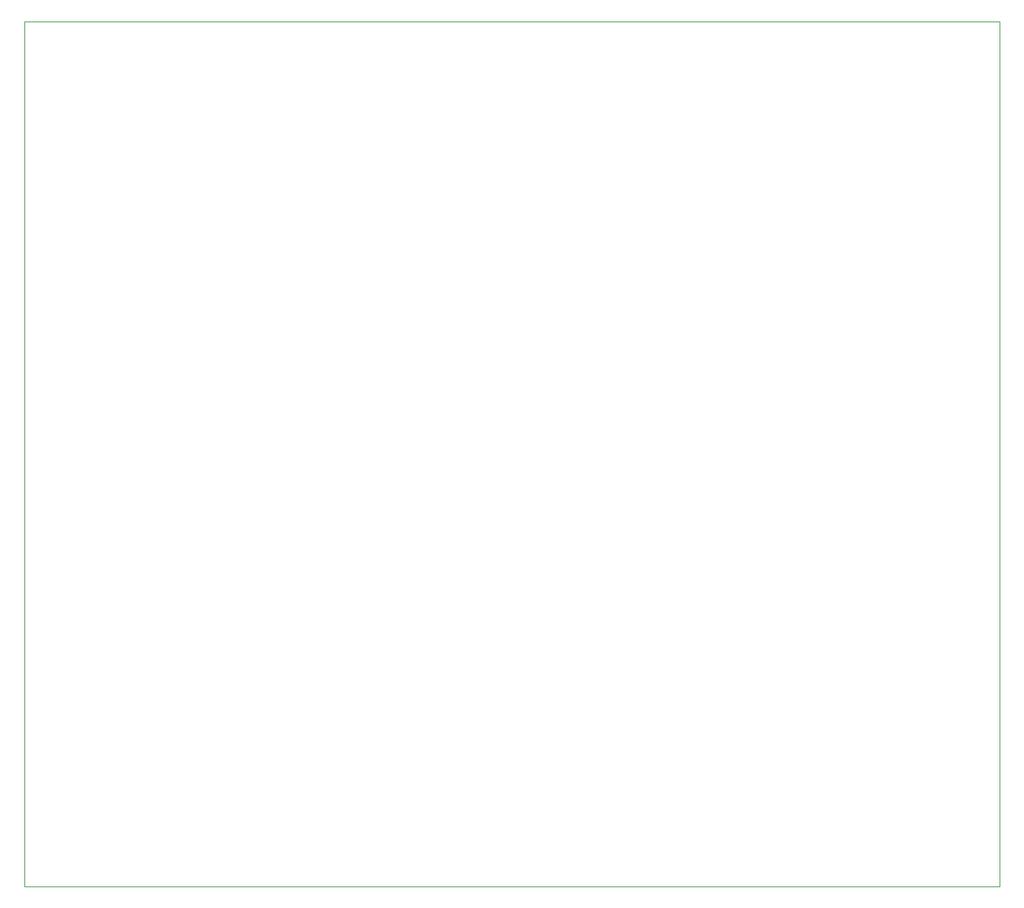
<source format=gbr>
G04*
G04 #@! TF.GenerationSoftware,Altium Limited,Altium Designer,25.8.1 (18)*
G04*
G04 Layer_Color=0*
%FSLAX44Y44*%
%MOMM*%
G71*
G04*
G04 #@! TF.SameCoordinates,C16DD730-3532-4E92-A171-7A7C9FC4E97E*
G04*
G04*
G04 #@! TF.FilePolarity,Positive*
G04*
G01*
G75*
%ADD75C,0.0254*%
D75*
X0Y0D02*
Y1020000D01*
X1150000D01*
Y0D01*
X0D01*
M02*

</source>
